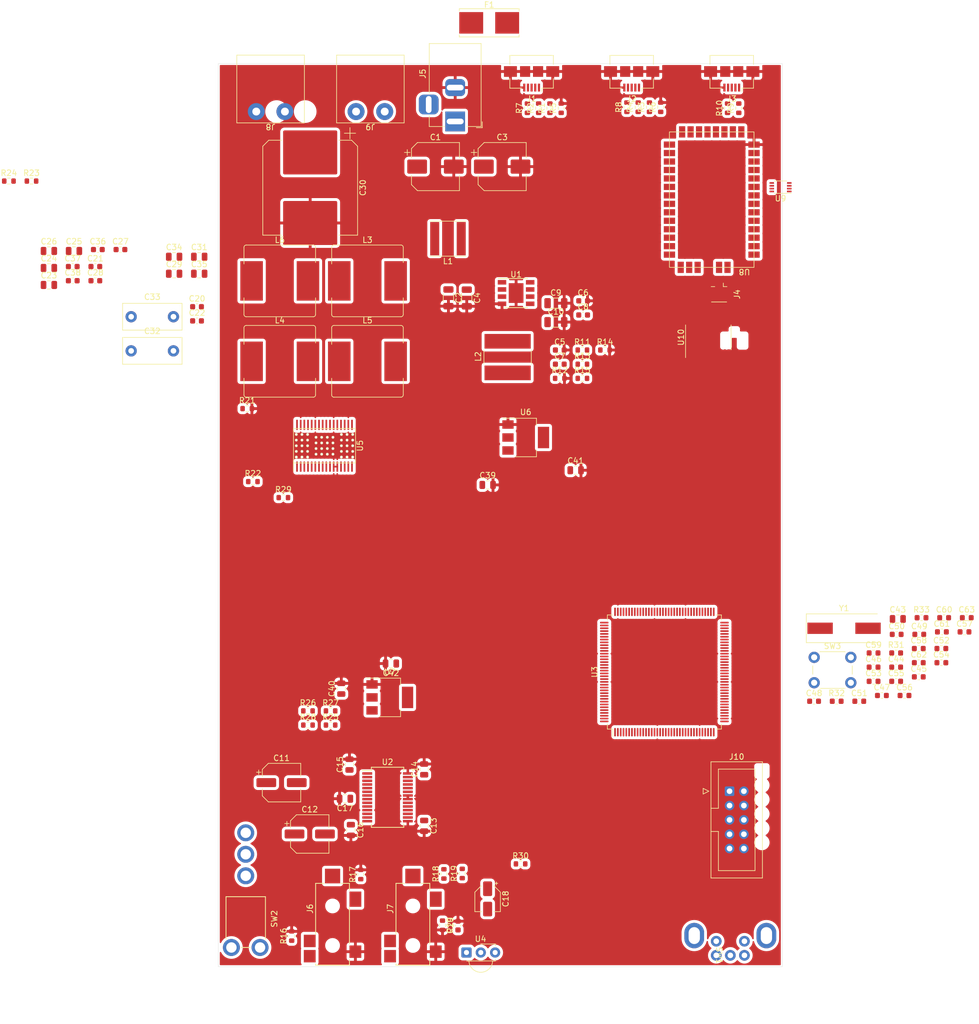
<source format=kicad_pcb>
(kicad_pcb (version 20201116) (generator pcbnew)

  (general
    (thickness 1.6)
  )

  (paper "A4")
  (layers
    (0 "F.Cu" signal)
    (31 "B.Cu" signal)
    (32 "B.Adhes" user "B.Adhesive")
    (33 "F.Adhes" user "F.Adhesive")
    (34 "B.Paste" user)
    (35 "F.Paste" user)
    (36 "B.SilkS" user "B.Silkscreen")
    (37 "F.SilkS" user "F.Silkscreen")
    (38 "B.Mask" user)
    (39 "F.Mask" user)
    (40 "Dwgs.User" user "User.Drawings")
    (41 "Cmts.User" user "User.Comments")
    (42 "Eco1.User" user "User.Eco1")
    (43 "Eco2.User" user "User.Eco2")
    (44 "Edge.Cuts" user)
    (45 "Margin" user)
    (46 "B.CrtYd" user "B.Courtyard")
    (47 "F.CrtYd" user "F.Courtyard")
    (48 "B.Fab" user)
    (49 "F.Fab" user)
  )

  (setup
    (pcbplotparams
      (layerselection 0x00010fc_ffffffff)
      (disableapertmacros false)
      (usegerberextensions false)
      (usegerberattributes true)
      (usegerberadvancedattributes true)
      (creategerberjobfile true)
      (svguseinch false)
      (svgprecision 6)
      (excludeedgelayer true)
      (plotframeref false)
      (viasonmask false)
      (mode 1)
      (useauxorigin false)
      (hpglpennumber 1)
      (hpglpenspeed 20)
      (hpglpendiameter 15.000000)
      (psnegative false)
      (psa4output false)
      (plotreference true)
      (plotvalue true)
      (plotinvisibletext false)
      (sketchpadsonfab false)
      (subtractmaskfromsilk false)
      (outputformat 1)
      (mirror false)
      (drillshape 1)
      (scaleselection 1)
      (outputdirectory "")
    )
  )


  (net 0 "")
  (net 1 "/~SPK_FAULT")
  (net 2 "/Processor/~RST")
  (net 3 "Net-(J10-Pad5)")
  (net 4 "/Processor/SWCLK")
  (net 5 "/~SPK_SD")
  (net 6 "/HP_DETECT")
  (net 7 "+5V")
  (net 8 "Net-(J10-Pad3)")
  (net 9 "/Processor/SWDIO")
  (net 10 "Net-(SW1-PadC)")
  (net 11 "GND")
  (net 12 "Net-(SW1-PadB)")
  (net 13 "Net-(SW1-PadA)")
  (net 14 "Net-(SW1-PadS2)")
  (net 15 "Net-(SW1-PadS1)")
  (net 16 "Net-(C31-Pad1)")
  (net 17 "Net-(C25-Pad2)")
  (net 18 "Net-(C24-Pad2)")
  (net 19 "Net-(C24-Pad1)")
  (net 20 "Net-(C25-Pad1)")
  (net 21 "Net-(C1-Pad1)")
  (net 22 "/19V_ANALOG")
  (net 23 "Net-(C5-Pad1)")
  (net 24 "Net-(C6-Pad1)")
  (net 25 "Net-(C7-Pad1)")
  (net 26 "Net-(C7-Pad2)")
  (net 27 "Net-(C8-Pad1)")
  (net 28 "+3.3VA")
  (net 29 "Net-(C11-Pad1)")
  (net 30 "Net-(C11-Pad2)")
  (net 31 "Net-(C12-Pad1)")
  (net 32 "Net-(C12-Pad2)")
  (net 33 "Net-(C13-Pad1)")
  (net 34 "/Speaker Amplifier/3.3V")
  (net 35 "Net-(C18-Pad1)")
  (net 36 "Net-(C18-Pad2)")
  (net 37 "Net-(C20-Pad1)")
  (net 38 "Net-(C23-Pad1)")
  (net 39 "Net-(C23-Pad2)")
  (net 40 "Net-(C26-Pad1)")
  (net 41 "Net-(C26-Pad2)")
  (net 42 "Net-(C29-Pad1)")
  (net 43 "Net-(C32-Pad1)")
  (net 44 "Net-(C33-Pad1)")
  (net 45 "Net-(C36-Pad1)")
  (net 46 "Net-(C36-Pad2)")
  (net 47 "Net-(C37-Pad1)")
  (net 48 "Net-(F1-Pad2)")
  (net 49 "Net-(J1-Pad1)")
  (net 50 "Net-(J1-Pad2)")
  (net 51 "Net-(J1-Pad3)")
  (net 52 "Net-(J1-Pad4)")
  (net 53 "Net-(J2-Pad1)")
  (net 54 "Net-(J2-Pad2)")
  (net 55 "Net-(J2-Pad3)")
  (net 56 "Net-(J2-Pad4)")
  (net 57 "Net-(J3-Pad1)")
  (net 58 "Net-(J3-Pad2)")
  (net 59 "Net-(J3-Pad3)")
  (net 60 "Net-(J3-Pad4)")
  (net 61 "Net-(J5-Pad3)")
  (net 62 "Net-(J6-PadRN)")
  (net 63 "Net-(J6-PadTN)")
  (net 64 "Net-(J7-PadR)")
  (net 65 "Net-(J7-PadRN)")
  (net 66 "Net-(J7-PadTN)")
  (net 67 "/Processor/USB1_DETECT")
  (net 68 "/Processor/USB1_DM")
  (net 69 "/Processor/USB2_DETECT")
  (net 70 "/Processor/USB2_DM")
  (net 71 "/Processor/USB1_DP")
  (net 72 "/Processor/USB2_DP")
  (net 73 "/Bluetooth/USB3_DM")
  (net 74 "/Bluetooth/USB3_DP")
  (net 75 "Net-(R11-Pad1)")
  (net 76 "Net-(R13-Pad1)")
  (net 77 "Net-(R18-Pad2)")
  (net 78 "Net-(R19-Pad2)")
  (net 79 "Net-(R22-Pad1)")
  (net 80 "Net-(SW2-Pad1)")
  (net 81 "Net-(SW2-Pad2)")
  (net 82 "Net-(SW2-Pad3)")
  (net 83 "Net-(U2-Pad2)")
  (net 84 "Net-(J4-Pad1)")
  (net 85 "Net-(J4-Pad2)")
  (net 86 "/AMP_I2C_SDA")
  (net 87 "Net-(R25-Pad2)")
  (net 88 "Net-(U2-Pad12)")
  (net 89 "Net-(U2-Pad13)")
  (net 90 "Net-(U2-Pad19)")
  (net 91 "Net-(U2-Pad20)")
  (net 92 "/SDO")
  (net 93 "Net-(R26-Pad2)")
  (net 94 "/SCL")
  (net 95 "Net-(U2-Pad26)")
  (net 96 "Net-(U3-Pad1)")
  (net 97 "Net-(U3-Pad2)")
  (net 98 "Net-(U3-Pad3)")
  (net 99 "Net-(U3-Pad4)")
  (net 100 "Net-(U3-Pad5)")
  (net 101 "+3V3")
  (net 102 "Net-(U3-Pad7)")
  (net 103 "Net-(U3-Pad8)")
  (net 104 "Net-(U3-Pad9)")
  (net 105 "/BT_I2C_SDA")
  (net 106 "/BT_I2C_SCL")
  (net 107 "Net-(U3-Pad12)")
  (net 108 "Net-(U3-Pad13)")
  (net 109 "Net-(U3-Pad14)")
  (net 110 "Net-(U3-Pad15)")
  (net 111 "Net-(U3-Pad18)")
  (net 112 "Net-(U3-Pad19)")
  (net 113 "Net-(U3-Pad20)")
  (net 114 "Net-(U3-Pad21)")
  (net 115 "Net-(U3-Pad22)")
  (net 116 "Net-(U3-Pad23)")
  (net 117 "Net-(U3-Pad24)")
  (net 118 "Net-(U3-Pad26)")
  (net 119 "Net-(U3-Pad27)")
  (net 120 "/AMP_I2S_SDI")
  (net 121 "/AMP_I2S_SDO")
  (net 122 "Net-(U3-Pad34)")
  (net 123 "Net-(U3-Pad35)")
  (net 124 "Net-(U3-Pad36)")
  (net 125 "Net-(U3-Pad37)")
  (net 126 "Net-(U3-Pad40)")
  (net 127 "Net-(U3-Pad41)")
  (net 128 "Net-(U3-Pad42)")
  (net 129 "Net-(U3-Pad43)")
  (net 130 "Net-(U3-Pad44)")
  (net 131 "Net-(U3-Pad45)")
  (net 132 "Net-(U3-Pad46)")
  (net 133 "Net-(U3-Pad47)")
  (net 134 "Net-(U3-Pad48)")
  (net 135 "Net-(U3-Pad49)")
  (net 136 "Net-(U3-Pad50)")
  (net 137 "Net-(R27-Pad2)")
  (net 138 "Net-(R28-Pad2)")
  (net 139 "Net-(U3-Pad56)")
  (net 140 "Net-(U3-Pad57)")
  (net 141 "Net-(U3-Pad58)")
  (net 142 "Net-(U3-Pad59)")
  (net 143 "Net-(U3-Pad60)")
  (net 144 "Net-(U3-Pad63)")
  (net 145 "Net-(U3-Pad64)")
  (net 146 "Net-(U3-Pad65)")
  (net 147 "Net-(U3-Pad66)")
  (net 148 "Net-(U3-Pad67)")
  (net 149 "Net-(U3-Pad68)")
  (net 150 "/AMP_I2S_CK")
  (net 151 "Net-(U3-Pad70)")
  (net 152 "Net-(U3-Pad71)")
  (net 153 "Net-(U3-Pad73)")
  (net 154 "Net-(U3-Pad77)")
  (net 155 "Net-(U3-Pad78)")
  (net 156 "Net-(U3-Pad79)")
  (net 157 "Net-(U3-Pad80)")
  (net 158 "Net-(U3-Pad81)")
  (net 159 "Net-(U3-Pad82)")
  (net 160 "Net-(U3-Pad85)")
  (net 161 "Net-(U3-Pad86)")
  (net 162 "Net-(U3-Pad87)")
  (net 163 "Net-(U3-Pad88)")
  (net 164 "Net-(U3-Pad89)")
  (net 165 "Net-(U3-Pad90)")
  (net 166 "Net-(U3-Pad91)")
  (net 167 "Net-(U3-Pad92)")
  (net 168 "Net-(U3-Pad93)")
  (net 169 "/AMP_I2S_MCK")
  (net 170 "/BT_I2S_MCK")
  (net 171 "Net-(U3-Pad98)")
  (net 172 "Net-(U3-Pad99)")
  (net 173 "Net-(U3-Pad100)")
  (net 174 "Net-(U3-Pad101)")
  (net 175 "Net-(U3-Pad106)")
  (net 176 "/BT_I2S_WS")
  (net 177 "Net-(U3-Pad111)")
  (net 178 "Net-(U3-Pad112)")
  (net 179 "Net-(U3-Pad113)")
  (net 180 "Net-(U3-Pad114)")
  (net 181 "Net-(U3-Pad115)")
  (net 182 "Net-(U3-Pad116)")
  (net 183 "Net-(U3-Pad117)")
  (net 184 "Net-(U3-Pad118)")
  (net 185 "Net-(U3-Pad119)")
  (net 186 "Net-(U3-Pad122)")
  (net 187 "Net-(U3-Pad123)")
  (net 188 "Net-(U3-Pad124)")
  (net 189 "Net-(U3-Pad125)")
  (net 190 "Net-(U3-Pad126)")
  (net 191 "Net-(U3-Pad127)")
  (net 192 "Net-(U3-Pad128)")
  (net 193 "Net-(U3-Pad129)")
  (net 194 "Net-(U3-Pad132)")
  (net 195 "/BT_I2S_CK")
  (net 196 "/BT_I2S_SDI")
  (net 197 "/BT_I2S_SDO")
  (net 198 "Net-(U3-Pad138)")
  (net 199 "Net-(U3-Pad139)")
  (net 200 "/AMP_I2S_WS")
  (net 201 "Net-(U3-Pad141)")
  (net 202 "Net-(U3-Pad142)")
  (net 203 "Net-(U4-Pad1)")
  (net 204 "Net-(U4-Pad2)")
  (net 205 "Net-(U4-Pad3)")
  (net 206 "Net-(R29-Pad2)")
  (net 207 "Net-(R30-Pad2)")
  (net 208 "Net-(U8-Pad39)")
  (net 209 "Net-(U8-Pad38)")
  (net 210 "Net-(U8-Pad37)")
  (net 211 "Net-(U8-Pad36)")
  (net 212 "Net-(U8-Pad35)")
  (net 213 "Net-(U8-Pad34)")
  (net 214 "Net-(U8-Pad33)")
  (net 215 "Net-(U8-Pad32)")
  (net 216 "Net-(U8-Pad31)")
  (net 217 "Net-(U8-Pad30)")
  (net 218 "Net-(U8-Pad29)")
  (net 219 "Net-(U8-Pad28)")
  (net 220 "Net-(U8-Pad27)")
  (net 221 "Net-(U8-Pad26)")
  (net 222 "Net-(U8-Pad25)")
  (net 223 "Net-(U8-Pad24)")
  (net 224 "Net-(U8-Pad23)")
  (net 225 "Net-(U8-Pad22)")
  (net 226 "Net-(U8-Pad21)")
  (net 227 "Net-(U8-Pad20)")
  (net 228 "Net-(U8-Pad17)")
  (net 229 "Net-(U8-Pad16)")
  (net 230 "Net-(U8-Pad12)")
  (net 231 "Net-(U8-Pad11)")
  (net 232 "/Bluetooth/SDI_1.8V")
  (net 233 "/Bluetooth/CK_1.8V")
  (net 234 "/Bluetooth/WS_1.8V")
  (net 235 "Net-(U8-Pad7)")
  (net 236 "Net-(U8-Pad6)")
  (net 237 "Net-(U8-Pad5)")
  (net 238 "Net-(U8-Pad4)")
  (net 239 "Net-(U8-Pad3)")
  (net 240 "Net-(U8-Pad2)")
  (net 241 "Net-(U8-Pad1)")
  (net 242 "+1V8")
  (net 243 "/Bluetooth/CK")
  (net 244 "/Bluetooth/WS")
  (net 245 "/Bluetooth/SDI")
  (net 246 "Net-(U10-Pad24)")
  (net 247 "Net-(U10-Pad23)")
  (net 248 "Net-(U10-Pad22)")
  (net 249 "Net-(U10-Pad21)")
  (net 250 "Net-(U10-Pad20)")
  (net 251 "Net-(U10-Pad19)")
  (net 252 "Net-(U10-Pad18)")
  (net 253 "Net-(U10-Pad17)")
  (net 254 "Net-(U10-Pad16)")
  (net 255 "Net-(U10-Pad15)")
  (net 256 "Net-(U10-Pad14)")
  (net 257 "Net-(U10-Pad11)")
  (net 258 "Net-(U10-Pad10)")
  (net 259 "Net-(U10-Pad9)")
  (net 260 "Net-(U10-Pad8)")
  (net 261 "Net-(U10-Pad7)")
  (net 262 "Net-(U10-Pad6)")
  (net 263 "Net-(U10-Pad5)")
  (net 264 "Net-(U10-Pad4)")
  (net 265 "Net-(U10-Pad3)")
  (net 266 "Net-(U10-Pad2)")
  (net 267 "Net-(U10-Pad1)")
  (net 268 "Net-(J10-Pad10)")
  (net 269 "Net-(J10-Pad8)")
  (net 270 "Net-(J10-Pad9)")
  (net 271 "Net-(J10-Pad7)")

  (footprint "Resistor_SMD:R_0603_1608Metric" (layer "F.Cu") (at 137.45 32.725 90))

  (footprint "Resistor_SMD:R_0603_1608Metric" (layer "F.Cu") (at 139.45 32.725 90))

  (footprint "Resistor_SMD:R_0603_1608Metric" (layer "F.Cu") (at 143.45 32.725 90))

  (footprint "Resistor_SMD:R_0603_1608Metric" (layer "F.Cu") (at 123.8 32.9 90))

  (footprint "Connector_USB:USB_Micro-B_Amphenol_10104110_Horizontal" (layer "F.Cu") (at 138.3 27.7 180))

  (footprint "Package_QFP:LQFP-144_20x20mm_P0.5mm" (layer "F.Cu") (at 144.1 132.8 90))

  (footprint "Connector_USB:USB_Micro-B_Amphenol_10104110_Horizontal" (layer "F.Cu") (at 156.05 27.7 180))

  (footprint "Resistor_SMD:R_0603_1608Metric" (layer "F.Cu") (at 125.8 32.9 90))

  (footprint "Resistor_SMD:R_0603_1608Metric" (layer "F.Cu") (at 119.8 32.9 90))

  (footprint "Resistor_SMD:R_0603_1608Metric" (layer "F.Cu") (at 157.3 32.9 90))

  (footprint "Resistor_SMD:R_0603_1608Metric" (layer "F.Cu") (at 121.8 32.9 90))

  (footprint "Resistor_SMD:R_0603_1608Metric" (layer "F.Cu") (at 141.45 32.725 90))

  (footprint "Package_SO:SSOP-28_5.3x10.2mm_P0.65mm" (layer "F.Cu") (at 95 155))

  (footprint "Package_SO:Diodes_SO-8EP" (layer "F.Cu") (at 117.8025 65.655))

  (footprint "Connector_USB:USB_Micro-B_Amphenol_10104110_Horizontal" (layer "F.Cu") (at 120.55 27.7 180))

  (footprint "Resistor_SMD:R_0603_1608Metric" (layer "F.Cu") (at 155.3 32.9 90))

  (footprint "Connector_BarrelJack:BarrelJack_Horizontal" (layer "F.Cu") (at 107 35.25 -90))

  (footprint "OptoDevice:Vishay_MINICAST-3Pin" (layer "F.Cu") (at 109 182.5))

  (footprint "HackAmp-Footprints:Jack_3.5mm_Switchcraft_35RASMT4BHNTRX_Horizontal" (layer "F.Cu") (at 85.25 177.75 180))

  (footprint "Capacitor_SMD:C_0805_2012Metric" (layer "F.Cu") (at 101.5 160.05 -90))

  (footprint "Capacitor_SMD:C_0805_2012Metric" (layer "F.Cu") (at 101.5 150.05 90))

  (footprint "Capacitor_SMD:C_0805_2012Metric" (layer "F.Cu") (at 88.25 149.2 90))

  (footprint "Resistor_SMD:R_0603_1608Metric" (layer "F.Cu") (at 78 179.575 90))

  (footprint "Resistor_SMD:R_0603_1608Metric" (layer "F.Cu") (at 90.25 168.675 90))

  (footprint "Capacitor_SMD:C_0805_2012Metric" (layer "F.Cu") (at 88.5 160.8 -90))

  (footprint "Capacitor_SMD:C_0805_2012Metric" (layer "F.Cu") (at 87.45 155.25 180))

  (footprint "Capacitor_SMD:C_0603_1608Metric" (layer "F.Cu") (at 125.55 75.75))

  (footprint "Capacitor_SMD:C_0603_1608Metric" (layer "F.Cu") (at 125.55 78.26))

  (footprint "Resistor_SMD:R_0603_1608Metric" (layer "F.Cu") (at 129.56 75.75))

  (footprint "Resistor_SMD:R_0603_1608Metric" (layer "F.Cu") (at 125.55 80.77))

  (footprint "Resistor_SMD:R_0603_1608Metric" (layer "F.Cu") (at 129.56 78.26))

  (footprint "Resistor_SMD:R_0603_1608Metric" (layer "F.Cu") (at 133.57 75.75))

  (footprint "Resistor_SMD:R_0603_1608Metric" (layer "F.Cu") (at 129.56 80.77))

  (footprint "Resistor_SMD:R_0603_1608Metric" (layer "F.Cu") (at 108.25 168.5 90))

  (footprint "Resistor_SMD:R_0603_1608Metric" (layer "F.Cu") (at 104.75 177.675 -90))

  (footprint "Resistor_SMD:R_0603_1608Metric" (layer "F.Cu") (at 105 168.575 90))

  (footprint "HackAmp-Footprints:Jack_3.5mm_Switchcraft_35RASMT4BHNTRX_Horizontal" (layer "F.Cu") (at 99.5 177.75 180))

  (footprint "Capacitor_SMD:CP_Elec_8x10" (layer "F.Cu") (at 103.5 43.25))

  (footprint "Capacitor_SMD:C_1206_3216Metric" (layer "F.Cu") (at 105.8 66.5 -90))

  (footprint "Capacitor_SMD:CP_Elec_8x10" (layer "F.Cu") (at 115.33 43.25))

  (footprint "Capacitor_SMD:C_1206_3216Metric" (layer "F.Cu") (at 109.05 66.525 -90))

  (footprint "Inductor_SMD:L_Bourns-SRN8040_8x8.15mm" (layer "F.Cu")
    (tedit 5D866CC7) (tstamp 00000000-0000-0000-0000-00005fb054a8)
    (at 116.3 77 90)
    (descr "Bourns SRN8040 series SMD inductor 8x8.15mm, https://www.bourns.com/docs/Product-Datasheets/SRN8040.pdf")
    (tags "Bourns SRN8040 SMD inductor")
    (property "Dateiname Blatt" "power-supply.kicad_sch")
    (property "Part Name" "SRN8040-100M")
    (property "Schaltplanname" "Power Supply")
    (path "/00000000-0000-0000-0000-00005fa5bc7f/00000000-0000-0000-0000-00005fb174e8")
    (attr smd)
    (fp_text reference "L2" (at 0.09 -5.23 90) (layer "F.SilkS")
      (effects (font (size 1 1) (thickness 0.15)))
      (tstamp 39e5abd0-9138-4b9a-bee2-b6330ced7f18)
    )
    (fp_text value "10uH" (at 0.17 5.23 90) (layer "F.Fab")
      (effects (font (size 1 1) (thickness 0.15)))
      (tstamp 0a1b4d10-4862-45ae-a919-b0e85adc6717)
    )
    (fp_text user "${REFERENCE}" (at 0.127 0 90) (layer "F.Fab")
      (effects (font (size 1 1) (thickness 0.15)))
      (tstamp 03aa24e6-7c6e-4d8c-93f1-41fdaf5628ce)
    )
    (fp_line (start 1.25 -4.2) (end -1.25 -4.2) (layer "F.SilkS") (width 0.12) (tstamp b6464473-acc7-4749-936f-8452eacbda5c))
    (fp_line (start -1.25 4.2) (end 1.25 4.2) (layer "F.SilkS") (width 0.12) (t
... [978897 chars truncated]
</source>
